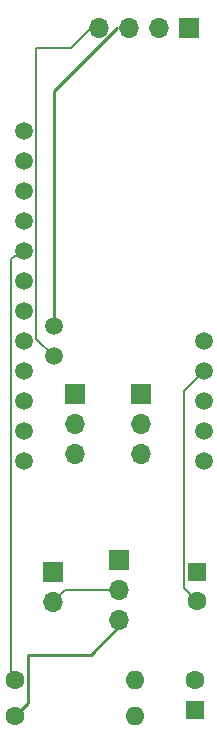
<source format=gbr>
%TF.GenerationSoftware,KiCad,Pcbnew,6.0.2+dfsg-1*%
%TF.CreationDate,2024-09-24T11:13:18+02:00*%
%TF.ProjectId,shield,73686965-6c64-42e6-9b69-6361645f7063,rev?*%
%TF.SameCoordinates,Original*%
%TF.FileFunction,Copper,L2,Bot*%
%TF.FilePolarity,Positive*%
%FSLAX46Y46*%
G04 Gerber Fmt 4.6, Leading zero omitted, Abs format (unit mm)*
G04 Created by KiCad (PCBNEW 6.0.2+dfsg-1) date 2024-09-24 11:13:18*
%MOMM*%
%LPD*%
G01*
G04 APERTURE LIST*
%TA.AperFunction,ComponentPad*%
%ADD10C,1.600000*%
%TD*%
%TA.AperFunction,ComponentPad*%
%ADD11R,1.600000X1.600000*%
%TD*%
%TA.AperFunction,ComponentPad*%
%ADD12O,1.700000X1.700000*%
%TD*%
%TA.AperFunction,ComponentPad*%
%ADD13R,1.700000X1.700000*%
%TD*%
%TA.AperFunction,ComponentPad*%
%ADD14O,1.600000X1.600000*%
%TD*%
%TA.AperFunction,ComponentPad*%
%ADD15C,1.501140*%
%TD*%
%TA.AperFunction,Conductor*%
%ADD16C,0.200000*%
%TD*%
%TA.AperFunction,Conductor*%
%ADD17C,0.250000*%
%TD*%
G04 APERTURE END LIST*
D10*
%TO.P,C2,2*%
%TO.N,GND*%
X109922000Y-101391000D03*
D11*
%TO.P,C2,1*%
%TO.N,Net-(Booster1-Pad1)*%
X109922000Y-98891000D03*
%TD*%
D12*
%TO.P,Booster1,3,Pin_3*%
%TO.N,+3V3*%
X103318000Y-102970000D03*
%TO.P,Booster1,2,Pin_2*%
%TO.N,GND*%
X103318000Y-100430000D03*
D13*
%TO.P,Booster1,1,Pin_1*%
%TO.N,Net-(Booster1-Pad1)*%
X103318000Y-97890000D03*
%TD*%
D12*
%TO.P,J2,2,Pin_2*%
%TO.N,GND*%
X97730000Y-101431000D03*
D13*
%TO.P,J2,1,Pin_1*%
%TO.N,+3V3*%
X97730000Y-98891000D03*
%TD*%
D10*
%TO.P,R1,1*%
%TO.N,+3V3*%
X94488000Y-111098000D03*
D14*
%TO.P,R1,2*%
%TO.N,Net-(C1-Pad1)*%
X104648000Y-111098000D03*
%TD*%
D13*
%TO.P,Extra3v3,1,Pin_1*%
%TO.N,Net-(Booster1-Pad1)*%
X105156000Y-83820000D03*
D12*
%TO.P,Extra3v3,2,Pin_2*%
X105156000Y-86360000D03*
%TO.P,Extra3v3,3,Pin_3*%
X105156000Y-88900000D03*
%TD*%
D13*
%TO.P,HDC1080,1,Pin_1*%
%TO.N,GND*%
X109220000Y-52832000D03*
D12*
%TO.P,HDC1080,2,Pin_2*%
%TO.N,Net-(Booster1-Pad1)*%
X106680000Y-52832000D03*
%TO.P,HDC1080,3,Pin_3*%
%TO.N,Net-(HDC1080-Pad3)*%
X104140000Y-52832000D03*
%TO.P,HDC1080,4,Pin_4*%
%TO.N,Net-(HDC1080-Pad4)*%
X101600000Y-52832000D03*
%TD*%
D10*
%TO.P,R2,1*%
%TO.N,Net-(C1-Pad1)*%
X94488000Y-108050000D03*
D14*
%TO.P,R2,2*%
%TO.N,GND*%
X104648000Y-108050000D03*
%TD*%
D11*
%TO.P,C1,1*%
%TO.N,Net-(C1-Pad1)*%
X109728000Y-110590000D03*
D10*
%TO.P,C1,2*%
%TO.N,GND*%
X109728000Y-108090000D03*
%TD*%
D15*
%TO.P,ProMini1,1,1*%
%TO.N,unconnected-(ProMini1-Pad1)*%
X110490000Y-89535000D03*
%TO.P,ProMini1,2,2*%
%TO.N,unconnected-(ProMini1-Pad2)*%
X110490000Y-86995000D03*
%TO.P,ProMini1,3,3*%
%TO.N,unconnected-(ProMini1-Pad3)*%
X110490000Y-84455000D03*
%TO.P,ProMini1,18,18*%
%TO.N,unconnected-(ProMini1-Pad18)*%
X95250000Y-74295000D03*
%TO.P,ProMini1,19,19*%
%TO.N,unconnected-(ProMini1-Pad19)*%
X95250000Y-76835000D03*
%TO.P,ProMini1,20,20*%
%TO.N,unconnected-(ProMini1-Pad20)*%
X95250000Y-79375000D03*
%TO.P,ProMini1,22,22*%
%TO.N,unconnected-(ProMini1-Pad22)*%
X95250000Y-84455000D03*
%TO.P,ProMini1,DI00,DI00*%
%TO.N,Net-(ProMini1-PadDI00)*%
X110490000Y-79375000D03*
%TO.P,ProMini1,GND1,GND1*%
%TO.N,GND*%
X110490000Y-81915000D03*
%TO.P,ProMini1,GND2,GND2*%
%TO.N,Net-(ExtraGND1-Pad1)*%
X95250000Y-86995000D03*
%TO.P,ProMini1,MISO,MISO*%
%TO.N,Net-(ProMini1-PadMISO)*%
X95250000Y-66675000D03*
%TO.P,ProMini1,MOSI,MOSI*%
%TO.N,Net-(ProMini1-PadMOSI)*%
X95250000Y-64135000D03*
%TO.P,ProMini1,NSS,NSS*%
%TO.N,Net-(ProMini1-PadNSS)*%
X95250000Y-61595000D03*
%TO.P,ProMini1,RAW,RAW*%
%TO.N,unconnected-(ProMini1-PadRAW)*%
X95250000Y-89535000D03*
%TO.P,ProMini1,SCK,SCK*%
%TO.N,Net-(ProMini1-PadSCK)*%
X95250000Y-69215000D03*
%TO.P,ProMini1,SCL,SCL*%
%TO.N,Net-(HDC1080-Pad4)*%
X97790000Y-80645000D03*
%TO.P,ProMini1,SDA,SDA*%
%TO.N,Net-(HDC1080-Pad3)*%
X97790000Y-78105000D03*
%TO.P,ProMini1,VCC,VCC*%
%TO.N,Net-(Booster1-Pad1)*%
X95250000Y-81915000D03*
%TO.P,ProMini1,VolDiv,VolDiv*%
%TO.N,Net-(C1-Pad1)*%
X95250000Y-71755000D03*
%TD*%
D13*
%TO.P,ExtraGND1,1,Pin_1*%
%TO.N,Net-(ExtraGND1-Pad1)*%
X99568000Y-83820000D03*
D12*
%TO.P,ExtraGND1,2,Pin_2*%
X99568000Y-86360000D03*
%TO.P,ExtraGND1,3,Pin_3*%
X99568000Y-88900000D03*
%TD*%
D16*
%TO.N,GND*%
X110490000Y-81915000D02*
X108822489Y-83582511D01*
X108822489Y-83582511D02*
X108822489Y-100291489D01*
X108822489Y-100291489D02*
X109922000Y-101391000D01*
%TO.N,Net-(HDC1080-Pad4)*%
X101317497Y-52549497D02*
X99291075Y-54575919D01*
X99291075Y-54575919D02*
X96300081Y-54575919D01*
X96300081Y-54575919D02*
X96300081Y-79155081D01*
X96300081Y-79155081D02*
X97790000Y-80645000D01*
%TO.N,Net-(C1-Pad1)*%
X95250000Y-71755000D02*
X94869000Y-72136000D01*
X94869000Y-72136000D02*
X94488000Y-72136000D01*
X94488000Y-72136000D02*
X94199919Y-72424081D01*
X94199919Y-72424081D02*
X94199919Y-107761919D01*
X94199919Y-107761919D02*
X94488000Y-108050000D01*
%TO.N,GND*%
X98731000Y-100430000D02*
X99747000Y-100430000D01*
X99747000Y-100430000D02*
X103318000Y-100430000D01*
X97730000Y-101431000D02*
X98731000Y-100430000D01*
D17*
%TO.N,+3V3*%
X95612511Y-105909489D02*
X100923511Y-105909489D01*
X95612511Y-105909489D02*
X95612511Y-109973489D01*
X95612511Y-109973489D02*
X94488000Y-111098000D01*
X100923511Y-105909489D02*
X103318000Y-103515000D01*
%TO.N,Net-(HDC1080-Pad3)*%
X103124000Y-52832000D02*
X97790000Y-58166000D01*
X97790000Y-58166000D02*
X97790000Y-78105000D01*
%TD*%
M02*

</source>
